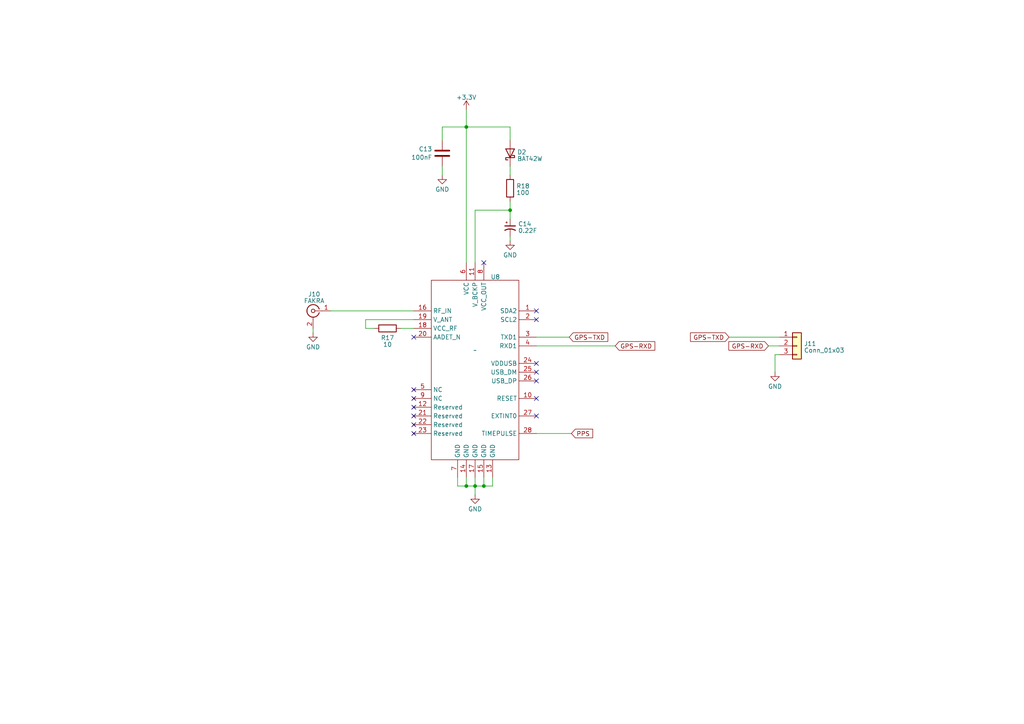
<source format=kicad_sch>
(kicad_sch (version 20230121) (generator eeschema)
  (paper "A4")
  (lib_symbols
    (symbol "Connector:Conn_Coaxial" (pin_names (offset 1.016) hide)
      (property "Reference" "J" (at 0.254 3.048 0))
      (property "Value" "Conn_Coaxial" (at 2.921 0 90))
      (symbol "Conn_Coaxial_0_1"
        (arc (start -1.778 -0.508) (mid 0.2311 -1.8066) (end 1.778 0) (stroke (width 0.254)))
        (polyline (pts (xy -2.54 0) (xy -0.508 0)))
        (polyline (pts (xy 0 -2.54) (xy 0 -1.778)))
        (circle (center 0 0) (radius 0.508) (stroke (width 0.2032)))
        (arc (start 1.778 0) (mid 0.2099 1.8101) (end -1.778 0.508) (stroke (width 0.254)))
      )
      (symbol "Conn_Coaxial_1_1"
        (pin passive line (at -5.08 0 0) (length 2.54) (name "In") (number "1"))
        (pin passive line (at 0 -5.08 90) (length 2.54) (name "Ext") (number "2"))
      )
    )
    (symbol "Connector_Generic:Conn_01x03" (pin_names (offset 1.016) hide)
      (property "Reference" "J" (at 0 5.08 0))
      (property "Value" "Conn_01x03" (at 0 -5.08 0))
      (symbol "Conn_01x03_1_1"
        (rectangle (start -1.27 -2.413) (end 0 -2.667) (stroke (width 0.1524)))
        (rectangle (start -1.27 0.127) (end 0 -0.127) (stroke (width 0.1524)))
        (rectangle (start -1.27 2.667) (end 0 2.413) (stroke (width 0.1524)))
        (rectangle (start -1.27 3.81) (end 1.27 -3.81) (stroke (width 0.254)) (fill (type background)))
        (pin passive line (at -5.08 2.54 0) (length 3.81) (name "Pin_1") (number "1"))
        (pin passive line (at -5.08 0 0) (length 3.81) (name "Pin_2") (number "2"))
        (pin passive line (at -5.08 -2.54 0) (length 3.81) (name "Pin_3") (number "3"))
      )
    )
    (symbol "Device:C" (pin_numbers hide) (pin_names (offset 0.254))
      (property "Reference" "C" (at 0.635 2.54 0))
      (property "Value" "C" (at 0.635 -2.54 0))
      (symbol "C_0_1"
        (polyline (pts (xy -2.032 -0.762) (xy 2.032 -0.762)) (stroke (width 0.508)))
        (polyline (pts (xy -2.032 0.762) (xy 2.032 0.762)) (stroke (width 0.508)))
      )
      (symbol "C_1_1"
        (pin passive line (at 0 3.81 270) (length 2.794) (name "~") (number "1"))
        (pin passive line (at 0 -3.81 90) (length 2.794) (name "~") (number "2"))
      )
    )
    (symbol "Device:C_Polarized_Small_US" (pin_numbers hide) (pin_names (offset 0.254) hide)
      (property "Reference" "C" (at 0.254 1.778 0))
      (property "Value" "C_Polarized_Small_US" (at 0.254 -2.032 0))
      (symbol "C_Polarized_Small_US_0_1"
        (polyline (pts (xy -1.524 0.508) (xy 1.524 0.508)) (stroke (width 0.3048)))
        (polyline (pts (xy -1.27 1.524) (xy -0.762 1.524)))
        (polyline (pts (xy -1.016 1.27) (xy -1.016 1.778)))
        (arc (start 1.524 -0.762) (mid 0 -0.3734) (end -1.524 -0.762) (stroke (width 0.3048)))
      )
      (symbol "C_Polarized_Small_US_1_1"
        (pin passive line (at 0 2.54 270) (length 2.032) (name "~") (number "1"))
        (pin passive line (at 0 -2.54 90) (length 2.032) (name "~") (number "2"))
      )
    )
    (symbol "Device:D_Schottky" (pin_numbers hide) (pin_names (offset 1.016) hide)
      (property "Reference" "D" (at 0 2.54 0))
      (property "Value" "D_Schottky" (at 0 -2.54 0))
      (symbol "D_Schottky_0_1"
        (polyline (pts (xy 1.27 0) (xy -1.27 0)))
        (polyline (pts (xy 1.27 1.27) (xy 1.27 -1.27) (xy -1.27 0) (xy 1.27 1.27)) (stroke (width 0.254)))
        (polyline (pts (xy -1.905 0.635) (xy -1.905 1.27) (xy -1.27 1.27) (xy -1.27 -1.27) (xy -0.635 -1.27) (xy -0.635 -0.635)) (stroke (width 0.254)))
      )
      (symbol "D_Schottky_1_1"
        (pin passive line (at -3.81 0 0) (length 2.54) (name "K") (number "1"))
        (pin passive line (at 3.81 0 180) (length 2.54) (name "A") (number "2"))
      )
    )
    (symbol "Device:R" (pin_numbers hide) (pin_names (offset 0))
      (property "Reference" "R" (at 2.032 0 90))
      (property "Value" "R" (at 0 0 90))
      (symbol "R_0_1"
        (rectangle (start -1.016 -2.54) (end 1.016 2.54) (stroke (width 0.254)))
      )
      (symbol "R_1_1"
        (pin passive line (at 0 3.81 270) (length 1.27) (name "~") (number "1"))
        (pin passive line (at 0 -3.81 90) (length 1.27) (name "~") (number "2"))
      )
    )
    (symbol "power:+3.3V" (power) (pin_names (offset 0))
      (property "Value" "+3.3V" (at 0 3.556 0))
      (symbol "+3.3V_0_1"
        (polyline (pts (xy -0.762 1.27) (xy 0 2.54)))
        (polyline (pts (xy 0 0) (xy 0 2.54)))
        (polyline (pts (xy 0 2.54) (xy 0.762 1.27)))
      )
      (symbol "+3.3V_1_1"
        (pin power_in line (at 0 0 90) (length 0) hide (name "+3.3V") (number "1"))
      )
    )
    (symbol "power:GND" (power) (pin_names (offset 0))
      (property "Value" "GND" (at 0 -3.81 0))
      (symbol "GND_0_1"
        (polyline (pts (xy 0 0) (xy 0 -1.27) (xy 1.27 -1.27) (xy 0 -2.54) (xy -1.27 -1.27) (xy 0 -1.27)))
      )
      (symbol "GND_1_1"
        (pin power_in line (at 0 0 270) (length 0) hide (name "GND") (number "1"))
      )
    )
    (symbol "ublox-lea-6h:ublox-lea-6h"
      (property "Reference" "U" (at 0 0 0))
      (symbol "ublox-lea-6h_1_1"
        (rectangle (start -12.7 26.67) (end 12.7 -25.4))
        (pin bidirectional line (at 17.78 17.78 180) (length 5.08) (name "SDA2") (number "1"))
        (pin input line (at 17.78 -7.62 180) (length 5.08) (name "RESET") (number "10"))
        (pin power_in line (at 0 31.75 270) (length 5.08) (name "V_BCKP") (number "11"))
        (pin no_connect line (at -17.78 -10.16 0) (length 5.08) (name "Reserved") (number "12"))
        (pin power_in line (at 5.08 -30.48 90) (length 5.08) (name "GND") (number "13"))
        (pin power_in line (at -2.54 -30.48 90) (length 5.08) (name "GND") (number "14"))
        (pin power_in line (at 2.54 -30.48 90) (length 5.08) (name "GND") (number "15"))
        (pin input line (at -17.78 17.78 0) (length 5.08) (name "RF_IN") (number "16"))
        (pin power_in line (at 0 -30.48 90) (length 5.08) (name "GND") (number "17"))
        (pin power_in line (at -17.78 12.7 0) (length 5.08) (name "VCC_RF") (number "18"))
        (pin power_in line (at -17.78 15.24 0) (length 5.08) (name "V_ANT") (number "19"))
        (pin input line (at 17.78 15.24 180) (length 5.08) (name "SCL2") (number "2"))
        (pin input line (at -17.78 10.16 0) (length 5.08) (name "AADET_N") (number "20"))
        (pin no_connect line (at -17.78 -12.7 0) (length 5.08) (name "Reserved") (number "21"))
        (pin no_connect line (at -17.78 -15.24 0) (length 5.08) (name "Reserved") (number "22"))
        (pin no_connect line (at -17.78 -17.78 0) (length 5.08) (name "Reserved") (number "23"))
        (pin power_in line (at 17.78 2.54 180) (length 5.08) (name "VDDUSB") (number "24"))
        (pin bidirectional line (at 17.78 0 180) (length 5.08) (name "USB_DM") (number "25"))
        (pin bidirectional line (at 17.78 -2.54 180) (length 5.08) (name "USB_DP") (number "26"))
        (pin input line (at 17.78 -12.7 180) (length 5.08) (name "EXTINT0") (number "27"))
        (pin output line (at 17.78 -17.78 180) (length 5.08) (name "TIMEPULSE") (number "28"))
        (pin output line (at 17.78 10.16 180) (length 5.08) (name "TXD1") (number "3"))
        (pin input line (at 17.78 7.62 180) (length 5.08) (name "RXD1") (number "4"))
        (pin no_connect line (at -17.78 -5.08 0) (length 5.08) (name "NC") (number "5"))
        (pin power_in line (at -2.54 31.75 270) (length 5.08) (name "VCC") (number "6"))
        (pin power_in line (at -5.08 -30.48 90) (length 5.08) (name "GND") (number "7"))
        (pin power_out line (at 2.54 31.75 270) (length 5.08) (name "VCC_OUT") (number "8"))
        (pin no_connect line (at -17.78 -7.62 0) (length 5.08) (name "NC") (number "9"))
      )
    )
  )
  (junction (at 135.255 140.97))
  (junction (at 137.795 140.97))
  (junction (at 140.335 140.97))
  (junction (at 147.955 60.96))
  (junction (at 135.255 36.83))
  (no_connect (at 155.575 105.41))
  (no_connect (at 120.015 118.11))
  (no_connect (at 155.575 115.57))
  (no_connect (at 120.015 97.79))
  (no_connect (at 120.015 125.73))
  (no_connect (at 120.015 115.57))
  (no_connect (at 120.015 123.19))
  (no_connect (at 120.015 113.03))
  (no_connect (at 155.575 120.65))
  (no_connect (at 155.575 107.95))
  (no_connect (at 155.575 90.17))
  (no_connect (at 140.335 76.2))
  (no_connect (at 155.575 92.71))
  (no_connect (at 155.575 110.49))
  (no_connect (at 120.015 120.65))
  (wire (pts (xy 132.715 140.97) (xy 135.255 140.97)))
  (wire (pts (xy 95.885 90.17) (xy 120.015 90.17)))
  (wire (pts (xy 147.955 68.58) (xy 147.955 69.85)))
  (wire (pts (xy 128.27 36.83) (xy 135.255 36.83)))
  (wire (pts (xy 137.795 140.97) (xy 140.335 140.97)))
  (wire (pts (xy 135.255 36.83) (xy 147.955 36.83)))
  (wire (pts (xy 226.06 102.87) (xy 224.79 102.87)))
  (wire (pts (xy 155.575 97.79) (xy 165.1 97.79)))
  (wire (pts (xy 135.255 138.43) (xy 135.255 140.97)))
  (wire (pts (xy 120.015 92.71) (xy 106.045 92.71)))
  (wire (pts (xy 155.575 100.33) (xy 178.435 100.33)))
  (wire (pts (xy 137.795 60.96) (xy 147.955 60.96)))
  (wire (pts (xy 147.955 48.26) (xy 147.955 50.8)))
  (wire (pts (xy 128.27 48.26) (xy 128.27 50.8)))
  (wire (pts (xy 147.955 58.42) (xy 147.955 60.96)))
  (wire (pts (xy 222.885 100.33) (xy 226.06 100.33)))
  (wire (pts (xy 155.575 125.73) (xy 165.735 125.73)))
  (wire (pts (xy 128.27 40.64) (xy 128.27 36.83)))
  (wire (pts (xy 135.255 31.75) (xy 135.255 36.83)))
  (wire (pts (xy 147.955 60.96) (xy 147.955 63.5)))
  (wire (pts (xy 90.805 95.25) (xy 90.805 96.52)))
  (wire (pts (xy 147.955 40.64) (xy 147.955 36.83)))
  (wire (pts (xy 211.455 97.79) (xy 226.06 97.79)))
  (wire (pts (xy 137.795 60.96) (xy 137.795 76.2)))
  (wire (pts (xy 137.795 140.97) (xy 137.795 143.51)))
  (wire (pts (xy 116.205 95.25) (xy 120.015 95.25)))
  (wire (pts (xy 140.335 138.43) (xy 140.335 140.97)))
  (wire (pts (xy 135.255 36.83) (xy 135.255 76.2)))
  (wire (pts (xy 106.045 95.25) (xy 108.585 95.25)))
  (wire (pts (xy 135.255 140.97) (xy 137.795 140.97)))
  (wire (pts (xy 142.875 140.97) (xy 142.875 138.43)))
  (wire (pts (xy 140.335 140.97) (xy 142.875 140.97)))
  (wire (pts (xy 137.795 138.43) (xy 137.795 140.97)))
  (wire (pts (xy 224.79 102.87) (xy 224.79 107.95)))
  (wire (pts (xy 132.715 138.43) (xy 132.715 140.97)))
  (wire (pts (xy 106.045 92.71) (xy 106.045 95.25)))
  (global_label "GPS-RXD" (shape input) (at 178.435 100.33 0) (property "Intersheetrefs" "${INTERSHEET_REFS}" (effects hide)))
  (global_label "GPS-TXD" (shape input) (at 165.1 97.79 0) (property "Intersheetrefs" "${INTERSHEET_REFS}" (effects hide)))
  (global_label "GPS-TXD" (shape input) (at 211.455 97.79 180) (property "Intersheetrefs" "${INTERSHEET_REFS}" (effects hide)))
  (global_label "GPS-RXD" (shape input) (at 222.885 100.33 180) (property "Intersheetrefs" "${INTERSHEET_REFS}" (effects hide)))
  (global_label "PPS" (shape input) (at 165.735 125.73 0) (property "Intersheetrefs" "${INTERSHEET_REFS}" (effects hide)))
  (symbol (lib_id "Connector:Conn_Coaxial") (at 90.805 90.17 0) (mirror y) (unit 1)
    (property "Reference" "J10" (at 91.1224 85.3335 0))
    (property "Value" "FAKRA" (at 91.1224 87.2545 0))
    (property "Footprint" "Connector_Coaxial:SMA_Amphenol_901-144_Vertical" (effects hide))
    (property "Datasheet" " ~" (effects hide))
    (property "reichelt" "DELOCK 89774" (effects hide))
    (instances (project "cheapsdo" (path "" (reference "J10") (unit 1))) (project "ublox-lea-6h-breakout" (path "" (reference "J2") (unit 1))))
  )
  (symbol (lib_id "Device:C_Polarized_Small_US") (at 147.955 66.04 0) (unit 1)
    (property "Reference" "C14" (at 150.2664 64.9645 0) (effects (justify left)))
    (property "Value" "0.22F" (at 150.2664 66.8855 0) (effects (justify left)))
    (property "Footprint" "DMS3R3224RF:DMS3R3224RF" (effects hide))
    (property "Reichelt" "KO DMS3R3224RF" (effects hide))
    (instances (project "cheapsdo" (path "" (reference "C14") (unit 1))) (project "ublox-lea-6h-breakout" (path "" (reference "C1") (unit 1))))
  )
  (symbol (lib_id "power:GND") (at 147.955 69.85 0) (unit 1)
    (property "Reference" "#PWR047" (effects hide))
    (property "Value" "GND" (at 147.955 73.9855 0))
    (instances (project "cheapsdo" (path "" (reference "#PWR047") (unit 1))) (project "ublox-lea-6h-breakout" (path "" (reference "#PWR05") (unit 1))))
  )
  (symbol (lib_id "power:GND") (at 90.805 96.52 0) (unit 1)
    (property "Reference" "#PWR043" (effects hide))
    (property "Value" "GND" (at 90.805 100.6555 0))
    (instances (project "cheapsdo" (path "" (reference "#PWR043") (unit 1))) (project "ublox-lea-6h-breakout" (path "" (reference "#PWR02") (unit 1))))
  )
  (symbol (lib_id "Device:R") (at 147.955 54.61 0) (unit 1)
    (property "Reference" "R18" (at 149.733 53.9663 0) (effects (justify left)))
    (property "Value" "100" (at 149.733 55.8873 0) (effects (justify left)))
    (property "Footprint" "Resistor_SMD:R_0603_1608Metric_Pad0.98x0.95mm_HandSolder" (effects hide))
    (instances (project "cheapsdo" (path "" (reference "R18") (unit 1))) (project "ublox-lea-6h-breakout" (path "" (reference "R2") (unit 1))))
  )
  (symbol (lib_id "ublox-lea-6h:ublox-lea-6h") (at 137.795 107.95 0) (unit 1)
    (property "Reference" "U8" (at 142.2909 80.3181 0) (effects (justify left)))
    (property "Value" "~" (at 137.795 101.6 0))
    (property "Footprint" "RF_GPS:ublox_LEA" (effects hide))
    (instances (project "cheapsdo" (path "" (reference "U8") (unit 1))) (project "ublox-lea-6h-breakout" (path "" (reference "U1") (unit 1))))
  )
  (symbol (lib_id "power:GND") (at 128.27 50.8 0) (unit 1)
    (property "Reference" "#PWR044" (effects hide))
    (property "Value" "GND" (at 128.27 54.9331 0))
  )
  (symbol (lib_id "Device:R") (at 112.395 95.25 90) (unit 1)
    (property "Reference" "R17" (at 112.395 97.9885 90))
    (property "Value" "10" (at 112.395 99.9095 90))
    (property "Footprint" "Resistor_SMD:R_0603_1608Metric_Pad0.98x0.95mm_HandSolder" (effects hide))
    (instances (project "cheapsdo" (path "" (reference "R17") (unit 1))) (project "ublox-lea-6h-breakout" (path "" (reference "R1") (unit 1))))
  )
  (symbol (lib_id "power:+3.3V") (at 135.255 31.75 0) (unit 1)
    (property "Reference" "#PWR045" (effects hide))
    (property "Value" "+3.3V" (at 135.255 28.2481 0))
    (instances (project "cheapsdo" (path "" (reference "#PWR045") (unit 1))) (project "ublox-lea-6h-breakout" (path "" (reference "#PWR03") (unit 1))))
  )
  (symbol (lib_id "power:GND") (at 224.79 107.95 0) (unit 1)
    (property "Reference" "#PWR048" (effects hide))
    (property "Value" "GND" (at 224.79 112.0855 0))
    (instances (project "cheapsdo" (path "" (reference "#PWR048") (unit 1))) (project "ublox-lea-6h-breakout" (path "" (reference "#PWR011") (unit 1))))
  )
  (symbol (lib_id "Connector_Generic:Conn_01x03") (at 231.14 100.33 0) (unit 1)
    (property "Reference" "J11" (at 233.172 99.6863 0) (effects (justify left)))
    (property "Value" "Conn_01x03" (at 233.172 101.6073 0) (effects (justify left)))
    (property "Footprint" "Connector_PinHeader_2.54mm:PinHeader_1x03_P2.54mm_Vertical" (effects hide))
    (instances (project "cheapsdo" (path "" (reference "J11") (unit 1))) (project "ublox-lea-6h-breakout" (path "" (reference "J7") (unit 1))))
  )
  (symbol (lib_id "power:GND") (at 137.795 143.51 0) (unit 1)
    (property "Reference" "#PWR046" (effects hide))
    (property "Value" "GND" (at 137.795 147.6455 0))
    (instances (project "cheapsdo" (path "" (reference "#PWR046") (unit 1))) (project "ublox-lea-6h-breakout" (path "" (reference "#PWR04") (unit 1))))
  )
  (symbol (lib_id "Device:D_Schottky") (at 147.955 44.45 90) (unit 1)
    (property "Reference" "D2" (at 149.987 44.1238 90) (effects (justify right)))
    (property "Value" "BAT42W" (at 149.987 46.0448 90) (effects (justify right)))
    (property "Footprint" "Diode_SMD:D_SOD-323_HandSoldering" (effects hide))
    (instances (project "cheapsdo" (path "" (reference "D2") (unit 1))) (project "ublox-lea-6h-breakout" (path "" (reference "D1") (unit 1))))
  )
  (symbol (lib_id "Device:C") (at 128.27 44.45 0) (unit 1)
    (property "Reference" "C13" (at 125.3491 43.2379 0) (effects (justify right)))
    (property "Value" "100nF" (at 125.3491 45.6621 0) (effects (justify right)))
    (property "Footprint" "Capacitor_SMD:C_0603_1608Metric_Pad1.08x0.95mm_HandSolder" (effects hide))
  )
)
</source>
